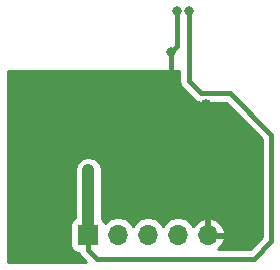
<source format=gbl>
%TF.GenerationSoftware,KiCad,Pcbnew,4.0.7*%
%TF.CreationDate,2018-06-13T14:15:53+02:00*%
%TF.ProjectId,RFID_BOARD_EM4095,524649445F424F4152445F454D343039,rev?*%
%TF.FileFunction,Copper,L2,Bot,Signal*%
%FSLAX46Y46*%
G04 Gerber Fmt 4.6, Leading zero omitted, Abs format (unit mm)*
G04 Created by KiCad (PCBNEW 4.0.7) date 2018 June 13, Wednesday 14:15:53*
%MOMM*%
%LPD*%
G01*
G04 APERTURE LIST*
%ADD10C,0.100000*%
%ADD11R,1.700000X1.700000*%
%ADD12O,1.700000X1.700000*%
%ADD13C,0.800000*%
%ADD14C,1.000000*%
%ADD15C,0.400000*%
%ADD16C,1.000000*%
%ADD17C,0.254000*%
G04 APERTURE END LIST*
D10*
D11*
X152460000Y-123500000D03*
D12*
X155000000Y-123500000D03*
X157540000Y-123500000D03*
X160080000Y-123500000D03*
X162620000Y-123500000D03*
D13*
X160000000Y-104500000D03*
D14*
X162500000Y-112500000D03*
D13*
X149500000Y-121999992D03*
X166000000Y-120500000D03*
X164000000Y-120500000D03*
X150000000Y-114500000D03*
X160000000Y-120500000D03*
X158000000Y-120500000D03*
X150499984Y-116000000D03*
X151000000Y-111000000D03*
X153000000Y-110500000D03*
X159500000Y-108000000D03*
X152500000Y-118000000D03*
X161000000Y-104500000D03*
D15*
X160000000Y-104500000D02*
X160000000Y-107500000D01*
X160000000Y-107500000D02*
X159500000Y-108000000D01*
X159500000Y-108000000D02*
X159500000Y-110000000D01*
X161000000Y-104500000D02*
X161000000Y-110500000D01*
X161000000Y-110500000D02*
X162000000Y-111500000D01*
X162000000Y-111500000D02*
X164500000Y-111500000D01*
X164500000Y-111500000D02*
X168000000Y-115000000D01*
X152460000Y-124750000D02*
X152460000Y-123500000D01*
X168000000Y-115000000D02*
X168000000Y-124000000D01*
X166500000Y-125500000D02*
X153210000Y-125500000D01*
X153210000Y-125500000D02*
X152460000Y-124750000D01*
X168000000Y-124000000D02*
X166500000Y-125500000D01*
D16*
X152500000Y-123460000D02*
X152460000Y-123500000D01*
X152500000Y-118000000D02*
X152500000Y-123460000D01*
D17*
G36*
X160165000Y-110500000D02*
X160228561Y-110819541D01*
X160288714Y-110909566D01*
X160409566Y-111090434D01*
X161409566Y-112090434D01*
X161680460Y-112271440D01*
X162000000Y-112335000D01*
X164154132Y-112335000D01*
X167165000Y-115345868D01*
X167165000Y-123654132D01*
X166154132Y-124665000D01*
X163503945Y-124665000D01*
X163815183Y-124381358D01*
X164061486Y-123856892D01*
X163940819Y-123627000D01*
X162747000Y-123627000D01*
X162747000Y-123647000D01*
X162493000Y-123647000D01*
X162493000Y-123627000D01*
X162473000Y-123627000D01*
X162473000Y-123373000D01*
X162493000Y-123373000D01*
X162493000Y-122179845D01*
X162747000Y-122179845D01*
X162747000Y-123373000D01*
X163940819Y-123373000D01*
X164061486Y-123143108D01*
X163815183Y-122618642D01*
X163386924Y-122228355D01*
X162976890Y-122058524D01*
X162747000Y-122179845D01*
X162493000Y-122179845D01*
X162263110Y-122058524D01*
X161853076Y-122228355D01*
X161424817Y-122618642D01*
X161357702Y-122761553D01*
X161130054Y-122420853D01*
X160648285Y-122098946D01*
X160080000Y-121985907D01*
X159511715Y-122098946D01*
X159029946Y-122420853D01*
X158810000Y-122750026D01*
X158590054Y-122420853D01*
X158108285Y-122098946D01*
X157540000Y-121985907D01*
X156971715Y-122098946D01*
X156489946Y-122420853D01*
X156270000Y-122750026D01*
X156050054Y-122420853D01*
X155568285Y-122098946D01*
X155000000Y-121985907D01*
X154431715Y-122098946D01*
X153949946Y-122420853D01*
X153922150Y-122462452D01*
X153913162Y-122414683D01*
X153774090Y-122198559D01*
X153635000Y-122103523D01*
X153635000Y-118000000D01*
X153548603Y-117565654D01*
X153302566Y-117197434D01*
X152934346Y-116951397D01*
X152500000Y-116865000D01*
X152065654Y-116951397D01*
X151697434Y-117197434D01*
X151451397Y-117565654D01*
X151365000Y-118000000D01*
X151365000Y-122053069D01*
X151158559Y-122185910D01*
X151013569Y-122398110D01*
X150962560Y-122650000D01*
X150962560Y-124350000D01*
X151006838Y-124585317D01*
X151145910Y-124801441D01*
X151358110Y-124946431D01*
X151610000Y-124997440D01*
X151674219Y-124997440D01*
X151688561Y-125069541D01*
X151762674Y-125180459D01*
X151869566Y-125340434D01*
X152319132Y-125790000D01*
X145710000Y-125790000D01*
X145710000Y-109627000D01*
X160165000Y-109627000D01*
X160165000Y-110500000D01*
X160165000Y-110500000D01*
G37*
X160165000Y-110500000D02*
X160228561Y-110819541D01*
X160288714Y-110909566D01*
X160409566Y-111090434D01*
X161409566Y-112090434D01*
X161680460Y-112271440D01*
X162000000Y-112335000D01*
X164154132Y-112335000D01*
X167165000Y-115345868D01*
X167165000Y-123654132D01*
X166154132Y-124665000D01*
X163503945Y-124665000D01*
X163815183Y-124381358D01*
X164061486Y-123856892D01*
X163940819Y-123627000D01*
X162747000Y-123627000D01*
X162747000Y-123647000D01*
X162493000Y-123647000D01*
X162493000Y-123627000D01*
X162473000Y-123627000D01*
X162473000Y-123373000D01*
X162493000Y-123373000D01*
X162493000Y-122179845D01*
X162747000Y-122179845D01*
X162747000Y-123373000D01*
X163940819Y-123373000D01*
X164061486Y-123143108D01*
X163815183Y-122618642D01*
X163386924Y-122228355D01*
X162976890Y-122058524D01*
X162747000Y-122179845D01*
X162493000Y-122179845D01*
X162263110Y-122058524D01*
X161853076Y-122228355D01*
X161424817Y-122618642D01*
X161357702Y-122761553D01*
X161130054Y-122420853D01*
X160648285Y-122098946D01*
X160080000Y-121985907D01*
X159511715Y-122098946D01*
X159029946Y-122420853D01*
X158810000Y-122750026D01*
X158590054Y-122420853D01*
X158108285Y-122098946D01*
X157540000Y-121985907D01*
X156971715Y-122098946D01*
X156489946Y-122420853D01*
X156270000Y-122750026D01*
X156050054Y-122420853D01*
X155568285Y-122098946D01*
X155000000Y-121985907D01*
X154431715Y-122098946D01*
X153949946Y-122420853D01*
X153922150Y-122462452D01*
X153913162Y-122414683D01*
X153774090Y-122198559D01*
X153635000Y-122103523D01*
X153635000Y-118000000D01*
X153548603Y-117565654D01*
X153302566Y-117197434D01*
X152934346Y-116951397D01*
X152500000Y-116865000D01*
X152065654Y-116951397D01*
X151697434Y-117197434D01*
X151451397Y-117565654D01*
X151365000Y-118000000D01*
X151365000Y-122053069D01*
X151158559Y-122185910D01*
X151013569Y-122398110D01*
X150962560Y-122650000D01*
X150962560Y-124350000D01*
X151006838Y-124585317D01*
X151145910Y-124801441D01*
X151358110Y-124946431D01*
X151610000Y-124997440D01*
X151674219Y-124997440D01*
X151688561Y-125069541D01*
X151762674Y-125180459D01*
X151869566Y-125340434D01*
X152319132Y-125790000D01*
X145710000Y-125790000D01*
X145710000Y-109627000D01*
X160165000Y-109627000D01*
X160165000Y-110500000D01*
M02*

</source>
